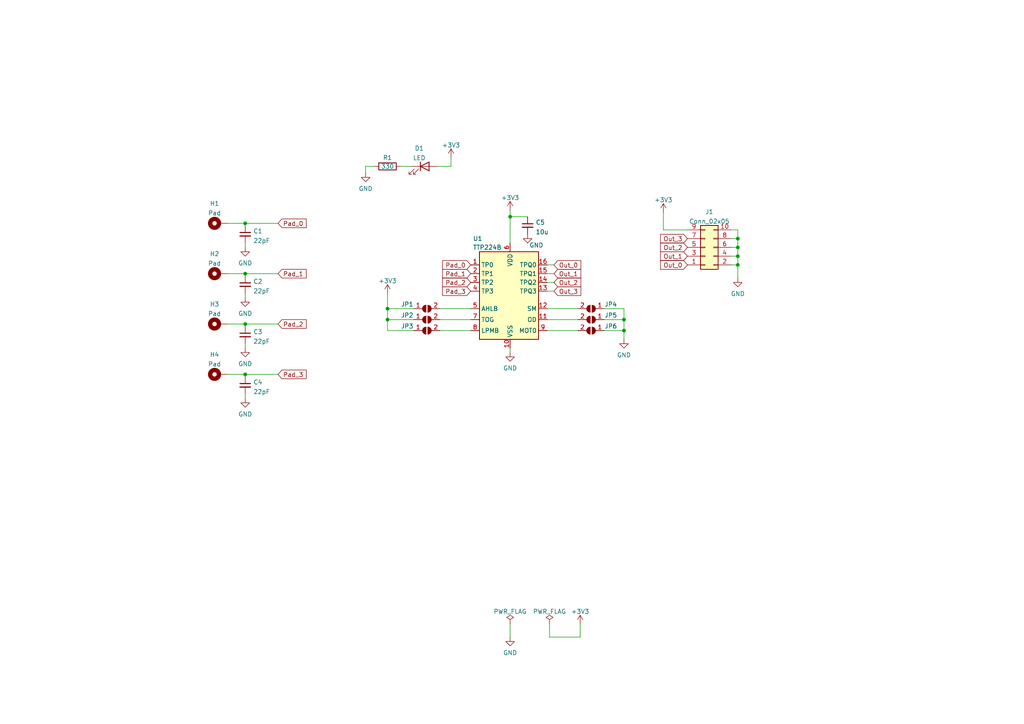
<source format=kicad_sch>
(kicad_sch (version 20211123) (generator eeschema)
  (paper "A4")
  (lib_symbols
    (symbol "Connector_Generic:Conn_02x05_Odd_Even" (pin_names (offset 1.016) hide)
      (property "Reference" "J" (at 1.27 7.62 0))
      (property "Value" "Conn_02x05_Odd_Even" (at 1.27 -7.62 0))
      (symbol "Conn_02x05_Odd_Even_1_1"
        (rectangle (start -1.27 -4.953) (end 0 -5.207) (stroke (width 0.1524)))
        (rectangle (start -1.27 -2.413) (end 0 -2.667) (stroke (width 0.1524)))
        (rectangle (start -1.27 0.127) (end 0 -0.127) (stroke (width 0.1524)))
        (rectangle (start -1.27 2.667) (end 0 2.413) (stroke (width 0.1524)))
        (rectangle (start -1.27 5.207) (end 0 4.953) (stroke (width 0.1524)))
        (rectangle (start -1.27 6.35) (end 3.81 -6.35) (stroke (width 0.254)) (fill (type background)))
        (rectangle (start 3.81 -4.953) (end 2.54 -5.207) (stroke (width 0.1524)))
        (rectangle (start 3.81 -2.413) (end 2.54 -2.667) (stroke (width 0.1524)))
        (rectangle (start 3.81 0.127) (end 2.54 -0.127) (stroke (width 0.1524)))
        (rectangle (start 3.81 2.667) (end 2.54 2.413) (stroke (width 0.1524)))
        (rectangle (start 3.81 5.207) (end 2.54 4.953) (stroke (width 0.1524)))
        (pin passive line (at -5.08 5.08 0) (length 3.81) (name "Pin_1") (number "1"))
        (pin passive line (at 7.62 -5.08 180) (length 3.81) (name "Pin_10") (number "10"))
        (pin passive line (at 7.62 5.08 180) (length 3.81) (name "Pin_2") (number "2"))
        (pin passive line (at -5.08 2.54 0) (length 3.81) (name "Pin_3") (number "3"))
        (pin passive line (at 7.62 2.54 180) (length 3.81) (name "Pin_4") (number "4"))
        (pin passive line (at -5.08 0 0) (length 3.81) (name "Pin_5") (number "5"))
        (pin passive line (at 7.62 0 180) (length 3.81) (name "Pin_6") (number "6"))
        (pin passive line (at -5.08 -2.54 0) (length 3.81) (name "Pin_7") (number "7"))
        (pin passive line (at 7.62 -2.54 180) (length 3.81) (name "Pin_8") (number "8"))
        (pin passive line (at -5.08 -5.08 0) (length 3.81) (name "Pin_9") (number "9"))
      )
    )
    (symbol "Device:C_Small" (pin_numbers hide) (pin_names (offset 0.254) hide)
      (property "Reference" "C" (at 0.254 1.778 0))
      (property "Value" "C_Small" (at 0.254 -2.032 0))
      (symbol "C_Small_0_1"
        (polyline (pts (xy -1.524 -0.508) (xy 1.524 -0.508)) (stroke (width 0.3302)))
        (polyline (pts (xy -1.524 0.508) (xy 1.524 0.508)) (stroke (width 0.3048)))
      )
      (symbol "C_Small_1_1"
        (pin passive line (at 0 2.54 270) (length 2.032) (name "~") (number "1"))
        (pin passive line (at 0 -2.54 90) (length 2.032) (name "~") (number "2"))
      )
    )
    (symbol "Device:LED" (pin_numbers hide) (pin_names (offset 1.016) hide)
      (property "Reference" "D" (at 0 2.54 0))
      (property "Value" "LED" (at 0 -2.54 0))
      (symbol "LED_0_1"
        (polyline (pts (xy -1.27 -1.27) (xy -1.27 1.27)) (stroke (width 0.254)))
        (polyline (pts (xy -1.27 0) (xy 1.27 0)))
        (polyline (pts (xy 1.27 -1.27) (xy 1.27 1.27) (xy -1.27 0) (xy 1.27 -1.27)) (stroke (width 0.254)))
        (polyline (pts (xy -3.048 -0.762) (xy -4.572 -2.286) (xy -3.81 -2.286) (xy -4.572 -2.286) (xy -4.572 -1.524)))
        (polyline (pts (xy -1.778 -0.762) (xy -3.302 -2.286) (xy -2.54 -2.286) (xy -3.302 -2.286) (xy -3.302 -1.524)))
      )
      (symbol "LED_1_1"
        (pin passive line (at -3.81 0 0) (length 2.54) (name "K") (number "1"))
        (pin passive line (at 3.81 0 180) (length 2.54) (name "A") (number "2"))
      )
    )
    (symbol "Device:R" (pin_numbers hide) (pin_names (offset 0))
      (property "Reference" "R" (at 2.032 0 90))
      (property "Value" "R" (at 0 0 90))
      (symbol "R_0_1"
        (rectangle (start -1.016 -2.54) (end 1.016 2.54) (stroke (width 0.254)))
      )
      (symbol "R_1_1"
        (pin passive line (at 0 3.81 270) (length 1.27) (name "~") (number "1"))
        (pin passive line (at 0 -3.81 90) (length 1.27) (name "~") (number "2"))
      )
    )
    (symbol "Jumper:SolderJumper_2_Open" (pin_names (offset 0) hide)
      (property "Reference" "JP" (at 0 2.032 0))
      (property "Value" "SolderJumper_2_Open" (at 0 -2.54 0))
      (symbol "SolderJumper_2_Open_0_1"
        (arc (start -0.254 1.016) (mid -1.27 0) (end -0.254 -1.016))
        (arc (start -0.254 1.016) (mid -1.27 0) (end -0.254 -1.016) (fill (type outline)))
        (polyline (pts (xy -0.254 1.016) (xy -0.254 -1.016)))
        (polyline (pts (xy 0.254 1.016) (xy 0.254 -1.016)))
        (arc (start 0.254 -1.016) (mid 1.27 0) (end 0.254 1.016))
        (arc (start 0.254 -1.016) (mid 1.27 0) (end 0.254 1.016) (fill (type outline)))
      )
      (symbol "SolderJumper_2_Open_1_1"
        (pin passive line (at -3.81 0 0) (length 2.54) (name "A") (number "1"))
        (pin passive line (at 3.81 0 180) (length 2.54) (name "B") (number "2"))
      )
    )
    (symbol "Mechanical:MountingHole_Pad" (pin_numbers hide) (pin_names (offset 1.016) hide)
      (property "Reference" "H" (at 0 6.35 0))
      (property "Value" "MountingHole_Pad" (at 0 4.445 0))
      (symbol "MountingHole_Pad_0_1"
        (circle (center 0 1.27) (radius 1.27) (stroke (width 1.27)))
      )
      (symbol "MountingHole_Pad_1_1"
        (pin input line (at 0 -2.54 90) (length 2.54) (name "1") (number "1"))
      )
    )
    (symbol "TTP224B_1"
      (property "Reference" "U" (at 7.62 14.605 0))
      (property "Value" "TTP224B_1" (at -1.27 14.605 0))
      (symbol "TTP224B_1_0_1"
        (rectangle (start -7.62 12.7) (end 9.525 -12.7) (stroke (width 0.254)) (fill (type background)))
      )
      (symbol "TTP224B_1_1_1"
        (pin input line (at -10.16 8.89 0) (length 2.54) (name "TP0") (number "1"))
        (pin power_in line (at 1.27 -15.24 90) (length 2.54) (name "VSS") (number "10"))
        (pin input line (at 12.065 -6.985 180) (length 2.54) (name "OD") (number "11"))
        (pin input line (at 12.065 -3.81 180) (length 2.54) (name "SM") (number "12"))
        (pin output line (at 12.065 1.27 180) (length 2.54) (name "TPQ3") (number "13"))
        (pin output line (at 12.065 3.81 180) (length 2.54) (name "TPQ2") (number "14"))
        (pin output line (at 12.065 6.35 180) (length 2.54) (name "TPQ1") (number "15"))
        (pin output line (at 12.065 8.89 180) (length 2.54) (name "TPQ0") (number "16"))
        (pin input line (at -10.16 6.35 0) (length 2.54) (name "TP1") (number "2"))
        (pin input line (at -10.16 3.81 0) (length 2.54) (name "TP2") (number "3"))
        (pin input line (at -10.16 1.27 0) (length 2.54) (name "TP3") (number "4"))
        (pin input line (at -10.16 -3.81 0) (length 2.54) (name "AHLB") (number "5"))
        (pin power_in line (at 1.27 15.24 270) (length 2.54) (name "VDD") (number "6"))
        (pin input line (at -10.16 -6.985 0) (length 2.54) (name "TOG") (number "7"))
        (pin input line (at -10.16 -10.16 0) (length 2.54) (name "LPMB") (number "8"))
        (pin input line (at 12.065 -10.16 180) (length 2.54) (name "MOT0") (number "9"))
      )
    )
    (symbol "power:+3V3" (power) (pin_names (offset 0))
      (property "Value" "+3V3" (at 0 3.556 0))
      (symbol "+3V3_0_1"
        (polyline (pts (xy -0.762 1.27) (xy 0 2.54)))
        (polyline (pts (xy 0 0) (xy 0 2.54)))
        (polyline (pts (xy 0 2.54) (xy 0.762 1.27)))
      )
      (symbol "+3V3_1_1"
        (pin power_in line (at 0 0 90) (length 0) hide (name "+3V3") (number "1"))
      )
    )
    (symbol "power:GND" (power) (pin_names (offset 0))
      (property "Value" "GND" (at 0 -3.81 0))
      (symbol "GND_0_1"
        (polyline (pts (xy 0 0) (xy 0 -1.27) (xy 1.27 -1.27) (xy 0 -2.54) (xy -1.27 -1.27) (xy 0 -1.27)))
      )
      (symbol "GND_1_1"
        (pin power_in line (at 0 0 270) (length 0) hide (name "GND") (number "1"))
      )
    )
    (symbol "power:PWR_FLAG" (power) (pin_numbers hide) (pin_names (offset 0) hide)
      (property "Value" "PWR_FLAG" (at 0 3.81 0))
      (symbol "PWR_FLAG_0_0"
        (pin power_out line (at 0 0 90) (length 0) (name "pwr") (number "1"))
      )
      (symbol "PWR_FLAG_0_1"
        (polyline (pts (xy 0 0) (xy 0 1.27) (xy -1.016 1.905) (xy 0 2.54) (xy 1.016 1.905) (xy 0 1.27)))
      )
    )
  )
  (junction (at 180.975 95.885))
  (junction (at 213.995 74.295))
  (junction (at 71.12 93.98))
  (junction (at 213.995 71.755))
  (junction (at 112.395 92.71))
  (junction (at 71.12 64.77))
  (junction (at 71.12 108.585))
  (junction (at 213.995 76.835))
  (junction (at 213.995 69.215))
  (junction (at 112.395 89.535))
  (junction (at 180.975 92.71))
  (junction (at 147.955 62.865))
  (junction (at 71.12 79.375))
  (wire (pts (xy 71.12 108.585) (xy 71.12 109.22)))
  (wire (pts (xy 66.04 79.375) (xy 71.12 79.375)))
  (wire (pts (xy 71.12 99.695) (xy 71.12 100.965)))
  (wire (pts (xy 147.955 62.865) (xy 147.955 70.485)))
  (wire (pts (xy 212.09 69.215) (xy 213.995 69.215)))
  (wire (pts (xy 212.09 76.835) (xy 213.995 76.835)))
  (wire (pts (xy 66.04 108.585) (xy 71.12 108.585)))
  (wire (pts (xy 112.395 92.71) (xy 112.395 95.885)))
  (wire (pts (xy 213.995 66.675) (xy 213.995 69.215)))
  (wire (pts (xy 167.64 95.885) (xy 158.75 95.885)))
  (wire (pts (xy 127.635 95.885) (xy 136.525 95.885)))
  (wire (pts (xy 112.395 89.535) (xy 120.015 89.535)))
  (wire (pts (xy 212.09 74.295) (xy 213.995 74.295)))
  (wire (pts (xy 71.12 108.585) (xy 80.645 108.585)))
  (wire (pts (xy 213.995 76.835) (xy 213.995 80.645)))
  (wire (pts (xy 112.395 85.09) (xy 112.395 89.535)))
  (wire (pts (xy 213.995 66.675) (xy 212.09 66.675)))
  (wire (pts (xy 158.75 81.915) (xy 160.655 81.915)))
  (wire (pts (xy 66.04 93.98) (xy 71.12 93.98)))
  (wire (pts (xy 112.395 92.71) (xy 120.015 92.71)))
  (wire (pts (xy 180.975 98.425) (xy 180.975 95.885)))
  (wire (pts (xy 175.26 95.885) (xy 180.975 95.885)))
  (wire (pts (xy 130.81 48.26) (xy 127 48.26)))
  (wire (pts (xy 168.275 184.785) (xy 159.385 184.785)))
  (wire (pts (xy 120.015 95.885) (xy 112.395 95.885)))
  (wire (pts (xy 180.975 92.71) (xy 180.975 95.885)))
  (wire (pts (xy 147.955 180.975) (xy 147.955 184.785)))
  (wire (pts (xy 71.12 70.485) (xy 71.12 71.755)))
  (wire (pts (xy 180.975 89.535) (xy 180.975 92.71)))
  (wire (pts (xy 106.045 50.165) (xy 106.045 48.26)))
  (wire (pts (xy 71.12 79.375) (xy 71.12 80.01)))
  (wire (pts (xy 71.12 93.98) (xy 80.645 93.98)))
  (wire (pts (xy 167.64 92.71) (xy 158.75 92.71)))
  (wire (pts (xy 167.64 89.535) (xy 158.75 89.535)))
  (wire (pts (xy 71.12 79.375) (xy 80.645 79.375)))
  (wire (pts (xy 159.385 184.785) (xy 159.385 180.975)))
  (wire (pts (xy 106.045 48.26) (xy 108.585 48.26)))
  (wire (pts (xy 71.12 64.77) (xy 80.645 64.77)))
  (wire (pts (xy 175.26 92.71) (xy 180.975 92.71)))
  (wire (pts (xy 71.12 85.09) (xy 71.12 86.36)))
  (wire (pts (xy 213.995 69.215) (xy 213.995 71.755)))
  (wire (pts (xy 116.205 48.26) (xy 119.38 48.26)))
  (wire (pts (xy 158.75 84.455) (xy 160.655 84.455)))
  (wire (pts (xy 127.635 92.71) (xy 136.525 92.71)))
  (wire (pts (xy 158.75 76.835) (xy 160.655 76.835)))
  (wire (pts (xy 213.995 71.755) (xy 213.995 74.295)))
  (wire (pts (xy 147.955 100.965) (xy 147.955 102.235)))
  (wire (pts (xy 153.035 62.865) (xy 147.955 62.865)))
  (wire (pts (xy 71.12 93.98) (xy 71.12 94.615)))
  (wire (pts (xy 71.12 114.3) (xy 71.12 115.57)))
  (wire (pts (xy 192.405 66.675) (xy 199.39 66.675)))
  (wire (pts (xy 168.275 180.975) (xy 168.275 184.785)))
  (wire (pts (xy 212.09 71.755) (xy 213.995 71.755)))
  (wire (pts (xy 147.955 62.865) (xy 147.955 60.96)))
  (wire (pts (xy 213.995 74.295) (xy 213.995 76.835)))
  (wire (pts (xy 158.75 79.375) (xy 160.655 79.375)))
  (wire (pts (xy 66.04 64.77) (xy 71.12 64.77)))
  (wire (pts (xy 127.635 89.535) (xy 136.525 89.535)))
  (wire (pts (xy 130.81 45.72) (xy 130.81 48.26)))
  (wire (pts (xy 71.12 64.77) (xy 71.12 65.405)))
  (wire (pts (xy 192.405 61.595) (xy 192.405 66.675)))
  (wire (pts (xy 112.395 89.535) (xy 112.395 92.71)))
  (wire (pts (xy 175.26 89.535) (xy 180.975 89.535)))
  (global_label "Pad_1" (shape input) (at 136.525 79.375 180) (property "Intersheet References" "${INTERSHEET_REFS}" (effects hide)))
  (global_label "Out_3" (shape input) (at 199.39 69.215 180) (property "Intersheet References" "${INTERSHEET_REFS}" (effects hide)))
  (global_label "Out_3" (shape input) (at 160.655 84.455 0) (property "Intersheet References" "${INTERSHEET_REFS}" (effects hide)))
  (global_label "Out_2" (shape input) (at 199.39 71.755 180) (property "Intersheet References" "${INTERSHEET_REFS}" (effects hide)))
  (global_label "Out_1" (shape input) (at 199.39 74.295 180) (property "Intersheet References" "${INTERSHEET_REFS}" (effects hide)))
  (global_label "Out_0" (shape input) (at 199.39 76.835 180) (property "Intersheet References" "${INTERSHEET_REFS}" (effects hide)))
  (global_label "Pad_1" (shape input) (at 80.645 79.375 0) (property "Intersheet References" "${INTERSHEET_REFS}" (effects hide)))
  (global_label "Out_1" (shape input) (at 160.655 79.375 0) (property "Intersheet References" "${INTERSHEET_REFS}" (effects hide)))
  (global_label "Pad_3" (shape input) (at 136.525 84.455 180) (property "Intersheet References" "${INTERSHEET_REFS}" (effects hide)))
  (global_label "Out_0" (shape input) (at 160.655 76.835 0) (property "Intersheet References" "${INTERSHEET_REFS}" (effects hide)))
  (global_label "Out_2" (shape input) (at 160.655 81.915 0) (property "Intersheet References" "${INTERSHEET_REFS}" (effects hide)))
  (global_label "Pad_2" (shape input) (at 80.645 93.98 0) (property "Intersheet References" "${INTERSHEET_REFS}" (effects hide)))
  (global_label "Pad_0" (shape input) (at 80.645 64.77 0) (property "Intersheet References" "${INTERSHEET_REFS}" (effects hide)))
  (global_label "Pad_3" (shape input) (at 80.645 108.585 0) (property "Intersheet References" "${INTERSHEET_REFS}" (effects hide)))
  (global_label "Pad_0" (shape input) (at 136.525 76.835 180) (property "Intersheet References" "${INTERSHEET_REFS}" (effects hide)))
  (global_label "Pad_2" (shape input) (at 136.525 81.915 180) (property "Intersheet References" "${INTERSHEET_REFS}" (effects hide)))
  (symbol (lib_id "Jumper:SolderJumper_2_Open") (at 171.45 95.885 0) (mirror y) (unit 1)
    (property "Reference" "JP6" (at 177.165 94.615 0))
    (property "Value" " " (at 170.815 91.44 0))
    (property "Footprint" "Jumper:SolderJumper-2_P1.3mm_Open_TrianglePad1.0x1.5mm" (effects hide))
  )
  (symbol (lib_id "power:GND") (at 147.955 184.785 0) (unit 1)
    (property "Reference" "#PWR010" (effects hide))
    (property "Value" "GND" (at 147.955 189.3475 0))
  )
  (symbol (lib_id "Mechanical:MountingHole_Pad") (at 63.5 64.77 90) (unit 1)
    (property "Reference" "H1" (at 62.23 59.0255 90))
    (property "Value" "Pad" (at 62.23 61.8006 90))
    (property "Footprint" "TouchPads:FingerPrint_Pad_SolderMask" (effects hide))
  )
  (symbol (lib_id "power:+3V3") (at 112.395 85.09 0) (unit 1)
    (property "Reference" "#PWR06" (effects hide))
    (property "Value" "+3V3" (at 112.395 81.4855 0))
  )
  (symbol (lib_id "Jumper:SolderJumper_2_Open") (at 123.825 89.535 0) (unit 1)
    (property "Reference" "JP1" (at 118.11 88.265 0))
    (property "Value" " " (at 124.46 85.09 0))
    (property "Footprint" "Jumper:SolderJumper-2_P1.3mm_Open_TrianglePad1.0x1.5mm" (effects hide))
  )
  (symbol (lib_id "Mechanical:MountingHole_Pad") (at 63.5 79.375 90) (unit 1)
    (property "Reference" "H2" (at 62.23 73.6305 90))
    (property "Value" "Pad" (at 62.23 76.4056 90))
    (property "Footprint" "TouchPads:FingerPrint_Pad_Silk" (effects hide))
  )
  (symbol (lib_id "Jumper:SolderJumper_2_Open") (at 123.825 95.885 0) (unit 1)
    (property "Reference" "JP3" (at 118.11 94.615 0))
    (property "Value" " " (at 124.46 91.44 0))
    (property "Footprint" "Jumper:SolderJumper-2_P1.3mm_Open_TrianglePad1.0x1.5mm" (effects hide))
  )
  (symbol (lib_id "Device:C_Small") (at 71.12 67.945 0) (unit 1)
    (property "Reference" "C1" (at 73.4441 67.0428 0) (effects (justify left)))
    (property "Value" "22pF" (at 73.4441 69.8179 0) (effects (justify left)))
    (property "Footprint" "Capacitor_SMD:C_0603_1608Metric" (effects hide))
  )
  (symbol (lib_id "Jumper:SolderJumper_2_Open") (at 123.825 92.71 0) (unit 1)
    (property "Reference" "JP2" (at 118.11 91.44 0))
    (property "Value" " " (at 124.46 88.265 0))
    (property "Footprint" "Jumper:SolderJumper-2_P1.3mm_Open_TrianglePad1.0x1.5mm" (effects hide))
  )
  (symbol (lib_id "power:GND") (at 71.12 115.57 0) (unit 1)
    (property "Reference" "#PWR04" (effects hide))
    (property "Value" "GND" (at 71.12 120.1325 0))
  )
  (symbol (lib_id "Mechanical:MountingHole_Pad") (at 63.5 108.585 90) (unit 1)
    (property "Reference" "H4" (at 62.23 102.8405 90))
    (property "Value" "Pad" (at 62.23 105.6156 90))
    (property "Footprint" "TouchPads:FingerPrint_Pad_Silk" (effects hide))
  )
  (symbol (lib_id "Jumper:SolderJumper_2_Open") (at 171.45 92.71 0) (mirror y) (unit 1)
    (property "Reference" "JP5" (at 177.165 91.44 0))
    (property "Value" " " (at 170.815 88.265 0))
    (property "Footprint" "Jumper:SolderJumper-2_P1.3mm_Open_TrianglePad1.0x1.5mm" (effects hide))
  )
  (symbol (lib_id "Device:LED") (at 123.19 48.26 0) (unit 1)
    (property "Reference" "D1" (at 121.6025 43.0235 0))
    (property "Value" "LED" (at 121.6025 45.7986 0))
    (property "Footprint" "LED_SMD:LED_0603_1608Metric" (effects hide))
  )
  (symbol (lib_id "Device:R") (at 112.395 48.26 90) (unit 1)
    (property "Reference" "R1" (at 112.395 45.72 90))
    (property "Value" "330" (at 112.395 48.26 90))
    (property "Footprint" "Resistor_SMD:R_0402_1005Metric" (effects hide))
  )
  (symbol (lib_name "TTP224B_1") (lib_id "Touch_Sensor_CH:TTP224B") (at 146.685 85.725 0) (unit 1)
    (property "Reference" "U1" (at 137.16 69.215 0) (effects (justify left)))
    (property "Value" "TTP224B" (at 137.16 71.755 0) (effects (justify left)))
  )
  (symbol (lib_id "Connector_Generic:Conn_02x05_Odd_Even") (at 204.47 71.755 0) (mirror x) (unit 1)
    (property "Reference" "J1" (at 205.74 61.4385 0))
    (property "Value" "Conn_02x05" (at 205.74 64.2136 0))
    (property "Footprint" "Connector_IDC:IDC-Header_2x05_P2.54mm_Vertical" (effects hide))
  )
  (symbol (lib_id "Device:C_Small") (at 71.12 111.76 0) (unit 1)
    (property "Reference" "C4" (at 73.4441 110.8578 0) (effects (justify left)))
    (property "Value" "22pF" (at 73.4441 113.6329 0) (effects (justify left)))
    (property "Footprint" "Capacitor_SMD:C_0603_1608Metric" (effects hide))
  )
  (symbol (lib_id "power:PWR_FLAG") (at 147.955 180.975 0) (unit 1)
    (property "Reference" "#FLG01" (effects hide))
    (property "Value" "PWR_FLAG" (at 147.955 177.3705 0))
  )
  (symbol (lib_id "power:GND") (at 71.12 86.36 0) (unit 1)
    (property "Reference" "#PWR02" (effects hide))
    (property "Value" "GND" (at 71.12 90.9225 0))
  )
  (symbol (lib_id "power:GND") (at 147.955 102.235 0) (unit 1)
    (property "Reference" "#PWR09" (effects hide))
    (property "Value" "GND" (at 147.955 106.7975 0))
  )
  (symbol (lib_id "power:+3V3") (at 192.405 61.595 0) (unit 1)
    (property "Reference" "#PWR014" (effects hide))
    (property "Value" "+3V3" (at 192.405 57.9905 0))
  )
  (symbol (lib_id "Jumper:SolderJumper_2_Open") (at 171.45 89.535 0) (mirror y) (unit 1)
    (property "Reference" "JP4" (at 177.165 88.265 0))
    (property "Value" " " (at 170.815 85.09 0))
    (property "Footprint" "Jumper:SolderJumper-2_P1.3mm_Open_TrianglePad1.0x1.5mm" (effects hide))
  )
  (symbol (lib_id "Mechanical:MountingHole_Pad") (at 63.5 93.98 90) (unit 1)
    (property "Reference" "H3" (at 62.23 88.2355 90))
    (property "Value" "Pad" (at 62.23 91.0106 90))
    (property "Footprint" "TouchPads:FingerPrint_Pad_SolderMask" (effects hide))
  )
  (symbol (lib_id "Device:C_Small") (at 71.12 97.155 0) (unit 1)
    (property "Reference" "C3" (at 73.4441 96.2528 0) (effects (justify left)))
    (property "Value" "22pF" (at 73.4441 99.0279 0) (effects (justify left)))
    (property "Footprint" "Capacitor_SMD:C_0603_1608Metric" (effects hide))
  )
  (symbol (lib_id "power:PWR_FLAG") (at 159.385 180.975 0) (unit 1)
    (property "Reference" "#FLG02" (effects hide))
    (property "Value" "PWR_FLAG" (at 159.385 177.3705 0))
  )
  (symbol (lib_id "Device:C_Small") (at 153.035 65.405 0) (unit 1)
    (property "Reference" "C5" (at 155.3591 64.5028 0) (effects (justify left)))
    (property "Value" "10u" (at 155.3591 67.2779 0) (effects (justify left)))
    (property "Footprint" "Capacitor_SMD:C_0603_1608Metric" (effects hide))
  )
  (symbol (lib_id "power:GND") (at 153.035 67.945 0) (unit 1)
    (property "Reference" "#PWR011" (effects hide))
    (property "Value" "GND" (at 155.575 71.12 0))
  )
  (symbol (lib_id "power:GND") (at 71.12 100.965 0) (unit 1)
    (property "Reference" "#PWR03" (effects hide))
    (property "Value" "GND" (at 71.12 105.5275 0))
  )
  (symbol (lib_id "Device:C_Small") (at 71.12 82.55 0) (unit 1)
    (property "Reference" "C2" (at 73.4441 81.6478 0) (effects (justify left)))
    (property "Value" "22pF" (at 73.4441 84.4229 0) (effects (justify left)))
    (property "Footprint" "Capacitor_SMD:C_0603_1608Metric" (effects hide))
  )
  (symbol (lib_id "power:GND") (at 213.995 80.645 0) (unit 1)
    (property "Reference" "#PWR015" (effects hide))
    (property "Value" "GND" (at 213.995 85.2075 0))
  )
  (symbol (lib_id "power:+3V3") (at 147.955 60.96 0) (unit 1)
    (property "Reference" "#PWR08" (effects hide))
    (property "Value" "+3V3" (at 147.955 57.3555 0))
  )
  (symbol (lib_id "power:+3V3") (at 130.81 45.72 0) (unit 1)
    (property "Reference" "#PWR07" (effects hide))
    (property "Value" "+3V3" (at 130.81 42.1155 0))
  )
  (symbol (lib_id "power:GND") (at 71.12 71.755 0) (unit 1)
    (property "Reference" "#PWR01" (effects hide))
    (property "Value" "GND" (at 71.12 76.3175 0))
  )
  (symbol (lib_id "power:+3V3") (at 168.275 180.975 0) (unit 1)
    (property "Reference" "#PWR012" (effects hide))
    (property "Value" "+3V3" (at 168.275 177.3705 0))
  )
  (symbol (lib_id "power:GND") (at 106.045 50.165 0) (unit 1)
    (property "Reference" "#PWR05" (effects hide))
    (property "Value" "GND" (at 106.045 54.7275 0))
  )
  (symbol (lib_id "power:GND") (at 180.975 98.425 0) (unit 1)
    (property "Reference" "#PWR013" (effects hide))
    (property "Value" "GND" (at 180.975 102.9875 0))
  )
)
</source>
